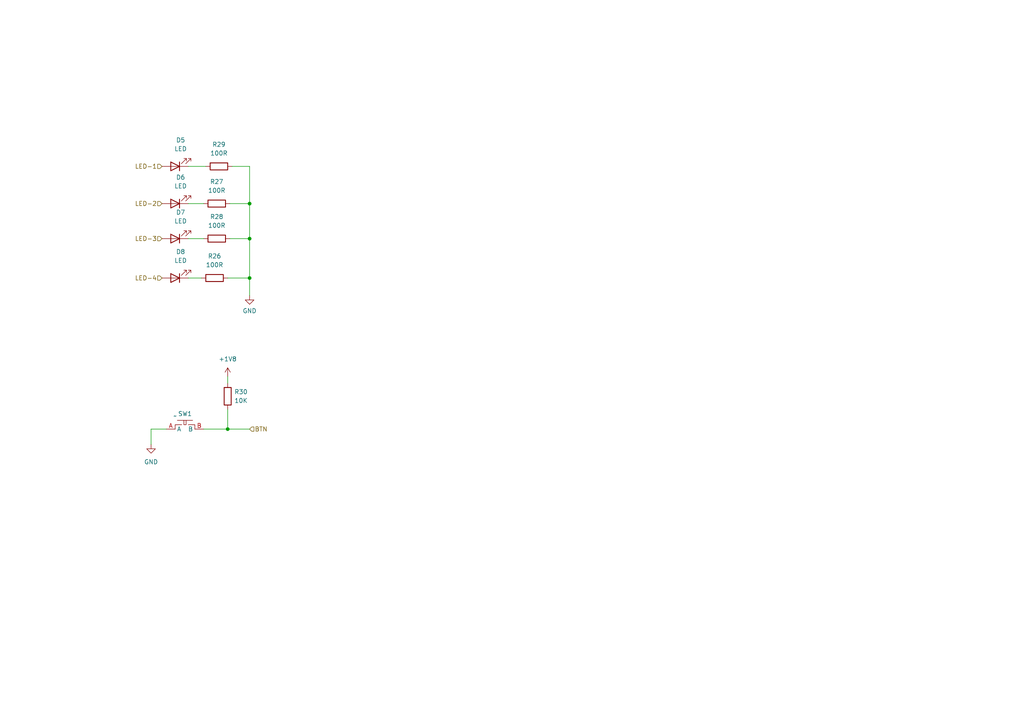
<source format=kicad_sch>
(kicad_sch (version 20230121) (generator eeschema)
  (paper "A4")
  (lib_symbols
    (symbol "Device:LED" (pin_numbers hide) (pin_names (offset 1.016) hide)
      (property "Reference" "D" (at 0 2.54 0))
      (property "Value" "LED" (at 0 -2.54 0))
      (symbol "LED_0_1"
        (polyline (pts (xy -1.27 -1.27) (xy -1.27 1.27)) (stroke (width 0.254)))
        (polyline (pts (xy -1.27 0) (xy 1.27 0)))
        (polyline (pts (xy 1.27 -1.27) (xy 1.27 1.27) (xy -1.27 0) (xy 1.27 -1.27)) (stroke (width 0.254)))
        (polyline (pts (xy -3.048 -0.762) (xy -4.572 -2.286) (xy -3.81 -2.286) (xy -4.572 -2.286) (xy -4.572 -1.524)))
        (polyline (pts (xy -1.778 -0.762) (xy -3.302 -2.286) (xy -2.54 -2.286) (xy -3.302 -2.286) (xy -3.302 -1.524)))
      )
      (symbol "LED_1_1"
        (pin passive line (at -3.81 0 0) (length 2.54) (name "K") (number "1"))
        (pin passive line (at 3.81 0 180) (length 2.54) (name "A") (number "2"))
      )
    )
    (symbol "Device:R" (pin_numbers hide) (pin_names (offset 0))
      (property "Reference" "R" (at 2.032 0 90))
      (property "Value" "R" (at 0 0 90))
      (symbol "R_0_1"
        (rectangle (start -1.016 -2.54) (end 1.016 2.54) (stroke (width 0.254)))
      )
      (symbol "R_1_1"
        (pin passive line (at 0 3.81 270) (length 1.27) (name "~") (number "1"))
        (pin passive line (at 0 -3.81 90) (length 1.27) (name "~") (number "2"))
      )
    )
    (symbol "EVQ-PSD02K:EVQ-PSD02K"
      (property "Reference" "SW?" (at 2.54 0.635 0))
      (symbol "EVQ-PSD02K_0_1"
        (polyline (pts (xy 0.635 -1.27) (xy 5.08 -1.27)))
        (polyline (pts (xy 0 -3.81) (xy 0 -2.54) (xy 1.905 -2.54)))
        (polyline (pts (xy 3.81 -2.54) (xy 5.715 -2.54) (xy 5.715 -3.81)))
        (polyline (pts (xy 3.175 -1.27) (xy 3.175 -2.54) (xy 2.54 -2.54) (xy 2.54 -1.27)))
      )
      (symbol "EVQ-PSD02K_1_1"
        (pin input line (at -2.54 -3.81 0) (length 2.54) (name "A") (number "A"))
        (pin input line (at 8.255 -3.81 180) (length 2.54) (name "B") (number "B"))
      )
    )
    (symbol "power:+1V8" (power) (pin_names (offset 0))
      (property "Value" "+1V8" (at 0 3.556 0))
      (symbol "+1V8_0_1"
        (polyline (pts (xy -0.762 1.27) (xy 0 2.54)))
        (polyline (pts (xy 0 0) (xy 0 2.54)))
        (polyline (pts (xy 0 2.54) (xy 0.762 1.27)))
      )
      (symbol "+1V8_1_1"
        (pin power_in line (at 0 0 90) (length 0) hide (name "+1V8") (number "1"))
      )
    )
    (symbol "power:GND" (power) (pin_names (offset 0))
      (property "Value" "GND" (at 0 -3.81 0))
      (symbol "GND_0_1"
        (polyline (pts (xy 0 0) (xy 0 -1.27) (xy 1.27 -1.27) (xy 0 -2.54) (xy -1.27 -1.27) (xy 0 -1.27)))
      )
      (symbol "GND_1_1"
        (pin power_in line (at 0 0 270) (length 0) hide (name "GND") (number "1"))
      )
    )
  )
  (junction (at 66.04 124.46))
  (junction (at 72.39 69.215))
  (junction (at 72.39 59.055))
  (junction (at 72.39 80.645))
  (wire (pts (xy 43.815 124.46) (xy 48.26 124.46)))
  (wire (pts (xy 72.39 48.26) (xy 72.39 59.055)))
  (wire (pts (xy 59.055 124.46) (xy 66.04 124.46)))
  (wire (pts (xy 72.39 59.055) (xy 72.39 69.215)))
  (wire (pts (xy 66.04 109.22) (xy 66.04 111.125)))
  (wire (pts (xy 66.04 124.46) (xy 66.04 118.745)))
  (wire (pts (xy 54.61 80.645) (xy 58.42 80.645)))
  (wire (pts (xy 72.39 80.645) (xy 72.39 85.725)))
  (wire (pts (xy 66.04 80.645) (xy 72.39 80.645)))
  (wire (pts (xy 43.815 128.905) (xy 43.815 124.46)))
  (wire (pts (xy 54.61 69.215) (xy 59.055 69.215)))
  (wire (pts (xy 54.61 59.055) (xy 59.055 59.055)))
  (wire (pts (xy 66.675 59.055) (xy 72.39 59.055)))
  (wire (pts (xy 67.31 48.26) (xy 72.39 48.26)))
  (wire (pts (xy 54.61 48.26) (xy 59.69 48.26)))
  (wire (pts (xy 66.04 124.46) (xy 72.39 124.46)))
  (wire (pts (xy 72.39 69.215) (xy 72.39 80.645)))
  (wire (pts (xy 66.675 69.215) (xy 72.39 69.215)))
  (hierarchical_label "LED-1" (shape input) (at 46.99 48.26 180))
  (hierarchical_label "LED-4" (shape input) (at 46.99 80.645 180))
  (hierarchical_label "LED-3" (shape input) (at 46.99 69.215 180))
  (hierarchical_label "LED-2" (shape input) (at 46.99 59.055 180))
  (hierarchical_label "BTN" (shape input) (at 72.39 124.46 0))
  (symbol (lib_id "Device:LED") (at 50.8 59.055 180) (unit 1)
    (property "Reference" "D6" (at 52.3875 51.435 0))
    (property "Value" "LED" (at 52.3875 53.975 0))
    (property "Footprint" "LED_SMD:LED_0603_1608Metric" (effects hide))
  )
  (symbol (lib_id "Device:R") (at 62.865 69.215 90) (unit 1)
    (property "Reference" "R28" (at 62.865 62.865 90))
    (property "Value" "100R" (at 62.865 65.405 90))
    (property "Footprint" "Resistor_SMD:R_0402_1005Metric" (effects hide))
  )
  (symbol (lib_id "Device:LED") (at 50.8 69.215 180) (unit 1)
    (property "Reference" "D7" (at 52.3875 61.595 0))
    (property "Value" "LED" (at 52.3875 64.135 0))
    (property "Footprint" "LED_SMD:LED_0603_1608Metric" (effects hide))
  )
  (symbol (lib_id "Device:LED") (at 50.8 80.645 180) (unit 1)
    (property "Reference" "D8" (at 52.3875 73.025 0))
    (property "Value" "LED" (at 52.3875 75.565 0))
    (property "Footprint" "LED_SMD:LED_0603_1608Metric" (effects hide))
  )
  (symbol (lib_id "Device:LED") (at 50.8 48.26 180) (unit 1)
    (property "Reference" "D5" (at 52.3875 40.64 0))
    (property "Value" "LED" (at 52.3875 43.18 0))
    (property "Footprint" "LED_SMD:LED_0603_1608Metric" (effects hide))
  )
  (symbol (lib_id "Device:R") (at 66.04 114.935 0) (unit 1)
    (property "Reference" "R30" (at 67.945 113.665 0) (effects (justify left)))
    (property "Value" "10K" (at 67.945 116.205 0) (effects (justify left)))
    (property "Footprint" "Resistor_SMD:R_0402_1005Metric" (effects hide))
  )
  (symbol (lib_id "Device:R") (at 62.865 59.055 90) (unit 1)
    (property "Reference" "R27" (at 62.865 52.705 90))
    (property "Value" "100R" (at 62.865 55.245 90))
    (property "Footprint" "Resistor_SMD:R_0402_1005Metric" (effects hide))
  )
  (symbol (lib_id "Device:R") (at 62.23 80.645 90) (unit 1)
    (property "Reference" "R26" (at 62.23 74.295 90))
    (property "Value" "100R" (at 62.23 76.835 90))
    (property "Footprint" "Resistor_SMD:R_0402_1005Metric" (effects hide))
  )
  (symbol (lib_id "power:GND") (at 43.815 128.905 0) (unit 1)
    (property "Reference" "#PWR0108" (effects hide))
    (property "Value" "GND" (at 43.815 133.985 0))
  )
  (symbol (lib_id "power:GND") (at 72.39 85.725 0) (unit 1)
    (property "Reference" "#PWR0110" (effects hide))
    (property "Value" "GND" (at 72.39 90.17 0))
  )
  (symbol (lib_id "EVQ-PSD02K:EVQ-PSD02K") (at 50.8 120.65 0) (unit 1)
    (property "Reference" "SW1" (at 53.6575 120.015 0))
    (property "Value" "~" (at 50.8 120.65 0))
    (property "Footprint" "EVQ-PSD02K:EVQ-PSD02K" (effects hide))
    (property "Datasheet" "https://cdn.ozdisan.com/ETicaret_Dosya/623107_992501.pdf" (effects hide))
    (instances (project "DualWatch" (path "" (reference "SW1") (unit 1)) (path "" (reference "SW2") (unit 1))))
  )
  (symbol (lib_id "Device:R") (at 63.5 48.26 90) (unit 1)
    (property "Reference" "R29" (at 63.5 41.91 90))
    (property "Value" "100R" (at 63.5 44.45 90))
    (property "Footprint" "Resistor_SMD:R_0402_1005Metric" (effects hide))
  )
  (symbol (lib_id "power:+1V8") (at 66.04 109.22 0) (unit 1)
    (property "Reference" "#PWR0109" (effects hide))
    (property "Value" "+1V8" (at 66.04 104.14 0))
  )
)
</source>
